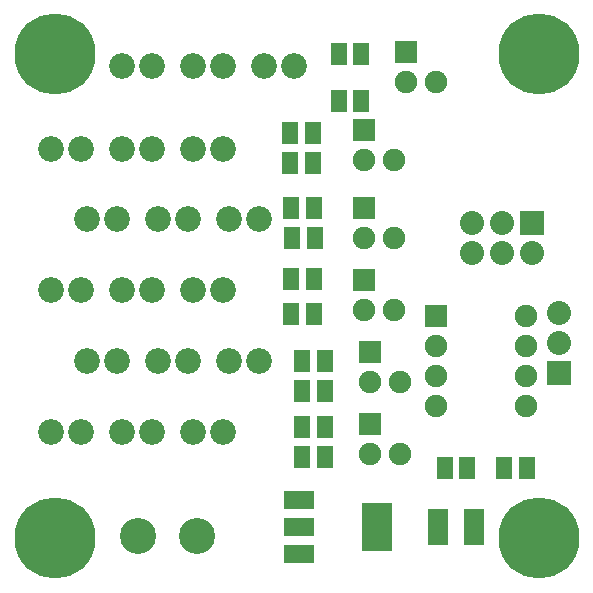
<source format=gts>
G04 (created by PCBNEW (2013-05-31 BZR 4019)-stable) date 7/7/2013 10:44:35 AM*
%MOIN*%
G04 Gerber Fmt 3.4, Leading zero omitted, Abs format*
%FSLAX34Y34*%
G01*
G70*
G90*
G04 APERTURE LIST*
%ADD10C,0.00590551*%
%ADD11R,0.08X0.08*%
%ADD12C,0.08*%
%ADD13C,0.086*%
%ADD14C,0.12*%
%ADD15R,0.055X0.075*%
%ADD16R,0.07X0.12*%
%ADD17R,0.1X0.164*%
%ADD18R,0.1X0.06*%
%ADD19C,0.27*%
%ADD20R,0.075X0.075*%
%ADD21C,0.075*%
G04 APERTURE END LIST*
G54D10*
G54D11*
X79423Y-43696D03*
G54D12*
X79423Y-42696D03*
X79423Y-41696D03*
G54D13*
X63673Y-38582D03*
X64673Y-38582D03*
X67216Y-40944D03*
X68216Y-40944D03*
X64854Y-40944D03*
X65854Y-40944D03*
X62492Y-40944D03*
X63492Y-40944D03*
X68397Y-38582D03*
X69397Y-38582D03*
X66035Y-38582D03*
X67035Y-38582D03*
X67216Y-36220D03*
X68216Y-36220D03*
X64854Y-36220D03*
X65854Y-36220D03*
X62492Y-36220D03*
X63492Y-36220D03*
X69578Y-33464D03*
X70578Y-33464D03*
X67216Y-33464D03*
X68216Y-33464D03*
X64854Y-33464D03*
X65854Y-33464D03*
G54D14*
X65375Y-49125D03*
X67343Y-49125D03*
G54D15*
X75609Y-46850D03*
X76359Y-46850D03*
G54D16*
X76584Y-48818D03*
X75384Y-48818D03*
G54D15*
X77577Y-46850D03*
X78327Y-46850D03*
X72815Y-34645D03*
X72065Y-34645D03*
X71198Y-36696D03*
X70448Y-36696D03*
X71275Y-39200D03*
X70525Y-39200D03*
X71241Y-41732D03*
X70491Y-41732D03*
X72065Y-33070D03*
X72815Y-33070D03*
X70448Y-35696D03*
X71198Y-35696D03*
X70491Y-38188D03*
X71241Y-38188D03*
X70491Y-40551D03*
X71241Y-40551D03*
G54D17*
X73347Y-48818D03*
G54D18*
X70747Y-48818D03*
X70747Y-49718D03*
X70747Y-47918D03*
G54D15*
X70848Y-43296D03*
X71598Y-43296D03*
X70848Y-45496D03*
X71598Y-45496D03*
X71598Y-44296D03*
X70848Y-44296D03*
X71598Y-46496D03*
X70848Y-46496D03*
G54D13*
X63673Y-43307D03*
X64673Y-43307D03*
X66035Y-43307D03*
X67035Y-43307D03*
X68397Y-43307D03*
X69397Y-43307D03*
X62492Y-45669D03*
X63492Y-45669D03*
X64854Y-45669D03*
X65854Y-45669D03*
X67216Y-45669D03*
X68216Y-45669D03*
G54D19*
X78740Y-49212D03*
X62598Y-49212D03*
X78740Y-33070D03*
X62598Y-33070D03*
G54D20*
X75323Y-41796D03*
G54D21*
X75323Y-42796D03*
X75323Y-43796D03*
X75323Y-44796D03*
X78323Y-44796D03*
X78323Y-43796D03*
X78323Y-42796D03*
X78323Y-41796D03*
G54D20*
X72923Y-40596D03*
G54D21*
X72923Y-41596D03*
X73923Y-41596D03*
G54D20*
X72923Y-38196D03*
G54D21*
X72923Y-39196D03*
X73923Y-39196D03*
G54D20*
X72923Y-35596D03*
G54D21*
X72923Y-36596D03*
X73923Y-36596D03*
G54D20*
X74323Y-32996D03*
G54D21*
X74323Y-33996D03*
X75323Y-33996D03*
G54D20*
X73123Y-42996D03*
G54D21*
X73123Y-43996D03*
X74123Y-43996D03*
G54D20*
X73123Y-45396D03*
G54D21*
X73123Y-46396D03*
X74123Y-46396D03*
G54D11*
X78500Y-38700D03*
G54D12*
X78500Y-39700D03*
X77500Y-38700D03*
X77500Y-39700D03*
X76500Y-38700D03*
X76500Y-39700D03*
M02*

</source>
